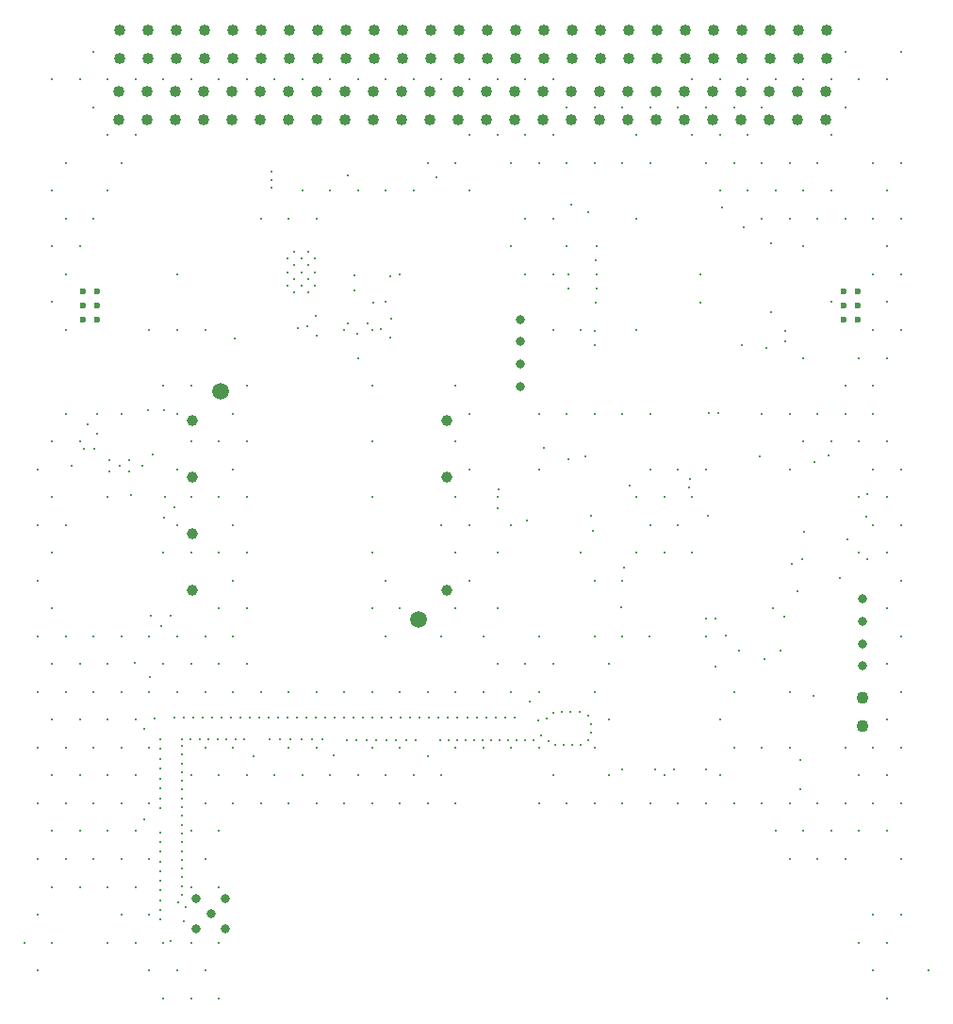
<source format=gbr>
%TF.GenerationSoftware,Altium Limited,Altium Designer,25.8.1 (18)*%
G04 Layer_Color=0*
%FSLAX45Y45*%
%MOMM*%
%TF.SameCoordinates,E40C52F6-B12D-486C-AAC2-1DB2447C0C70*%
%TF.FilePolarity,Positive*%
%TF.FileFunction,Plated,1,4,PTH,Drill*%
%TF.Part,Single*%
G01*
G75*
%TA.AperFunction,ComponentDrill*%
%ADD121C,0.80000*%
%ADD122C,0.80000*%
%ADD123C,1.00000*%
%ADD124C,1.50000*%
%ADD125C,0.60000*%
%ADD126C,1.10000*%
%ADD127C,1.02000*%
%TA.AperFunction,ViaDrill,NotFilled*%
%ADD128C,0.25400*%
D121*
X4774701Y6217500D02*
D03*
X1865000Y748124D02*
D03*
X2130000Y1013125D02*
D03*
X7851319Y3505001D02*
D03*
Y3705001D02*
D03*
Y3305001D02*
D03*
Y3105000D02*
D03*
X4774701Y5617500D02*
D03*
Y5817500D02*
D03*
Y6017500D02*
D03*
D122*
X2130000Y748124D02*
D03*
X1865000Y1013125D02*
D03*
X1997500Y880625D02*
D03*
D123*
X1834949Y4801800D02*
D03*
X4120949Y5309800D02*
D03*
Y3785800D02*
D03*
Y4801800D02*
D03*
X1834949Y5309800D02*
D03*
Y4293800D02*
D03*
Y3785800D02*
D03*
D124*
X3866949Y3522800D02*
D03*
X2088949Y5572800D02*
D03*
D125*
X972500Y6340204D02*
D03*
X847500Y6465204D02*
D03*
X972500D02*
D03*
X847500Y6215204D02*
D03*
X972500D02*
D03*
X847500Y6340204D02*
D03*
X7683902Y6340900D02*
D03*
X7808902D02*
D03*
X7683902Y6465900D02*
D03*
Y6215900D02*
D03*
X7808902Y6465900D02*
D03*
Y6215900D02*
D03*
D126*
X7851319Y2561901D02*
D03*
Y2815901D02*
D03*
D127*
X7276401Y8813600D02*
D03*
X3707701Y8013500D02*
D03*
X3961701D02*
D03*
X1688401Y8813600D02*
D03*
Y8559600D02*
D03*
X1942401Y8813600D02*
D03*
Y8559600D02*
D03*
X3212401Y8813600D02*
D03*
Y8559600D02*
D03*
X3466401Y8813600D02*
D03*
Y8559600D02*
D03*
X4736401Y8813600D02*
D03*
Y8559600D02*
D03*
X4990401Y8813600D02*
D03*
Y8559600D02*
D03*
X6260401Y8813600D02*
D03*
Y8559600D02*
D03*
X6514401Y8813600D02*
D03*
Y8559600D02*
D03*
X1675701Y8267500D02*
D03*
Y8013500D02*
D03*
X1929701Y8267500D02*
D03*
Y8013500D02*
D03*
X3199701Y8267500D02*
D03*
Y8013500D02*
D03*
X3453701Y8267500D02*
D03*
Y8013500D02*
D03*
X4723701Y8267500D02*
D03*
Y8013500D02*
D03*
X4977701Y8267500D02*
D03*
Y8013500D02*
D03*
X6247701Y8267500D02*
D03*
Y8013500D02*
D03*
X6501701Y8267500D02*
D03*
Y8013500D02*
D03*
X1180401Y8813600D02*
D03*
Y8559600D02*
D03*
X1434401Y8813600D02*
D03*
Y8559600D02*
D03*
X2196401Y8813600D02*
D03*
Y8559600D02*
D03*
X2450401Y8813600D02*
D03*
Y8559600D02*
D03*
X2704401Y8813600D02*
D03*
Y8559600D02*
D03*
X2958401Y8813600D02*
D03*
Y8559600D02*
D03*
X3720401Y8813600D02*
D03*
Y8559600D02*
D03*
X3974401Y8813600D02*
D03*
Y8559600D02*
D03*
X4228401Y8813600D02*
D03*
Y8559600D02*
D03*
X4482401Y8813600D02*
D03*
Y8559600D02*
D03*
X5244401Y8813600D02*
D03*
Y8559600D02*
D03*
X5498401Y8813600D02*
D03*
Y8559600D02*
D03*
X5752401Y8813600D02*
D03*
Y8559600D02*
D03*
X6006401Y8813600D02*
D03*
Y8559600D02*
D03*
X6768401Y8813600D02*
D03*
Y8559600D02*
D03*
X7022401Y8813600D02*
D03*
Y8559600D02*
D03*
X7276401D02*
D03*
X7530401Y8813600D02*
D03*
Y8559600D02*
D03*
X1167701Y8267500D02*
D03*
Y8013500D02*
D03*
X1421701Y8267500D02*
D03*
Y8013500D02*
D03*
X2183701Y8267500D02*
D03*
Y8013500D02*
D03*
X2437701Y8267500D02*
D03*
Y8013500D02*
D03*
X2691701Y8267500D02*
D03*
Y8013500D02*
D03*
X2945701Y8267500D02*
D03*
Y8013500D02*
D03*
X3707701Y8267500D02*
D03*
X3961701D02*
D03*
X4215701D02*
D03*
Y8013500D02*
D03*
X4469701Y8267500D02*
D03*
Y8013500D02*
D03*
X5231701Y8267500D02*
D03*
Y8013500D02*
D03*
X5485701Y8267500D02*
D03*
Y8013500D02*
D03*
X5739701Y8267500D02*
D03*
Y8013500D02*
D03*
X5993701Y8267500D02*
D03*
Y8013500D02*
D03*
X6755701Y8267500D02*
D03*
Y8013500D02*
D03*
X7009701Y8267500D02*
D03*
Y8013500D02*
D03*
X7263701Y8267500D02*
D03*
Y8013500D02*
D03*
X7517701Y8267500D02*
D03*
Y8013500D02*
D03*
D128*
X6623754Y3377868D02*
D03*
X6534473Y3534500D02*
D03*
X7047540Y3625280D02*
D03*
X445702Y872301D02*
D03*
X570702Y4622301D02*
D03*
X8070702Y4122301D02*
D03*
X4195702Y2372301D02*
D03*
X945702Y3372301D02*
D03*
X3695702Y2372301D02*
D03*
X8070702Y2622301D02*
D03*
X7695702Y1372301D02*
D03*
X2070702Y3122301D02*
D03*
X1445702Y372301D02*
D03*
X6070702Y4122301D02*
D03*
X1195702Y1872301D02*
D03*
X320702Y622301D02*
D03*
X5445702Y1872301D02*
D03*
X6070702Y4622301D02*
D03*
X2320702Y5122301D02*
D03*
X2195702Y4372301D02*
D03*
X5570702Y2622301D02*
D03*
X570702Y3122301D02*
D03*
X5695702Y3872301D02*
D03*
X1570702Y122301D02*
D03*
X5695702Y3372301D02*
D03*
X5445702Y2372301D02*
D03*
X1070702Y2122301D02*
D03*
X8195702Y3872301D02*
D03*
X7945702Y1872301D02*
D03*
X8195702D02*
D03*
X7195702Y5372301D02*
D03*
X1945702Y3372301D02*
D03*
X2070702Y622301D02*
D03*
X3445702Y1872301D02*
D03*
X6195702Y4372301D02*
D03*
X2195702Y1872301D02*
D03*
X5945702D02*
D03*
X1570702Y3122301D02*
D03*
X1820702Y2122301D02*
D03*
X7195702Y2372301D02*
D03*
X5820702Y6122301D02*
D03*
X1570702Y622301D02*
D03*
X1445702Y3372301D02*
D03*
X7195702Y1872301D02*
D03*
X1195702Y2372301D02*
D03*
X5820702Y4622301D02*
D03*
X5195702Y1872301D02*
D03*
X2820702Y2122301D02*
D03*
X1070702Y2622301D02*
D03*
X695702Y3372301D02*
D03*
X8445702Y372301D02*
D03*
X695702Y2372301D02*
D03*
X1195702Y872301D02*
D03*
X4570702Y3122301D02*
D03*
X820702Y2122301D02*
D03*
X5070702Y6622301D02*
D03*
X1820702Y5622301D02*
D03*
X570702Y5122301D02*
D03*
X1695702Y3372301D02*
D03*
X4070702Y2122301D02*
D03*
X7695702Y1872301D02*
D03*
X6695702D02*
D03*
X7070702Y1622301D02*
D03*
X8070702Y622301D02*
D03*
X3320702Y2122301D02*
D03*
X2570702D02*
D03*
X5445702Y3872301D02*
D03*
Y2872301D02*
D03*
X1195702Y1372301D02*
D03*
X820702Y3122301D02*
D03*
X2695702Y2372301D02*
D03*
X6570702Y2122301D02*
D03*
X3695702Y2872301D02*
D03*
X4820702Y3122301D02*
D03*
X7320702Y1622301D02*
D03*
X1945702Y1872301D02*
D03*
X8070702Y5122301D02*
D03*
X6070702Y2122301D02*
D03*
X2945702Y1872301D02*
D03*
X2320702Y3622301D02*
D03*
X7820702Y5122301D02*
D03*
X4195702Y1872301D02*
D03*
X1820702Y622301D02*
D03*
X945702Y1872301D02*
D03*
X570702Y622301D02*
D03*
X2320702Y4122301D02*
D03*
X8195702Y872301D02*
D03*
X2945702Y2872301D02*
D03*
X945702D02*
D03*
X7945702Y872301D02*
D03*
X7695702Y5372301D02*
D03*
Y2372301D02*
D03*
X445702Y4872301D02*
D03*
X6320702Y4622301D02*
D03*
X6695702Y2872301D02*
D03*
X1445702D02*
D03*
X570702Y2122301D02*
D03*
X3695702Y1872301D02*
D03*
X1070702Y1122301D02*
D03*
X570702Y3622301D02*
D03*
X7820702Y4622301D02*
D03*
X945702Y2372301D02*
D03*
Y1372301D02*
D03*
X4445702Y3372301D02*
D03*
X1070702Y3122301D02*
D03*
X2195702Y5372301D02*
D03*
X5945702D02*
D03*
X820702Y5122301D02*
D03*
X1820702Y122301D02*
D03*
X7195702Y2872301D02*
D03*
X8195702D02*
D03*
X1195702D02*
D03*
X2320702Y2122301D02*
D03*
X4945702Y2872301D02*
D03*
X7820702Y4122301D02*
D03*
X7945702Y4372301D02*
D03*
X4695702D02*
D03*
X445702D02*
D03*
X4945702Y5372301D02*
D03*
X2320702Y5622301D02*
D03*
X3070702Y2122301D02*
D03*
X7820702Y1622301D02*
D03*
X8195702Y2372301D02*
D03*
X1445702Y1872301D02*
D03*
X445702Y1372301D02*
D03*
X8070702Y3622301D02*
D03*
X1695702Y372301D02*
D03*
X5945702Y4372301D02*
D03*
X3945702Y2872301D02*
D03*
X4695702Y6872301D02*
D03*
X2070702Y5122301D02*
D03*
X1320702Y1122301D02*
D03*
X5070702Y3122301D02*
D03*
X8070702Y2122301D02*
D03*
X2195702Y3372301D02*
D03*
X1320702Y1622301D02*
D03*
X2445702Y1872301D02*
D03*
X570702Y2622301D02*
D03*
X4820702Y7122301D02*
D03*
X445702Y372301D02*
D03*
X2320702Y4622301D02*
D03*
X7820702Y2122301D02*
D03*
X3195702Y1872301D02*
D03*
X7195702Y1372301D02*
D03*
X1320702Y622301D02*
D03*
X6320702Y4122301D02*
D03*
X820702Y2622301D02*
D03*
X695702Y5372301D02*
D03*
Y4372301D02*
D03*
X4945702Y2372301D02*
D03*
X1195702Y3372301D02*
D03*
X4945702D02*
D03*
X3445702Y2372301D02*
D03*
X2070702Y122301D02*
D03*
X5320702Y6122301D02*
D03*
X6445702Y4872301D02*
D03*
X5320702Y4122301D02*
D03*
X4570702Y4622301D02*
D03*
X2945702Y2372301D02*
D03*
X1820702Y1622301D02*
D03*
X570702Y4122301D02*
D03*
X1320702Y2622301D02*
D03*
X7945702Y372301D02*
D03*
X4945702Y1872301D02*
D03*
X2070702Y2122301D02*
D03*
X8195702Y4372301D02*
D03*
X1570702Y5622301D02*
D03*
X7195702Y4872301D02*
D03*
X5570702Y3122301D02*
D03*
X6195702Y1872301D02*
D03*
X2070702Y4622301D02*
D03*
Y1622301D02*
D03*
X1945702Y372301D02*
D03*
X570702Y1122301D02*
D03*
X7945702Y4872301D02*
D03*
X1070702Y4622301D02*
D03*
X5820702Y4122301D02*
D03*
X5070702Y7122301D02*
D03*
X2195702Y2372301D02*
D03*
X5070702Y6122301D02*
D03*
Y2122301D02*
D03*
X1070702Y622301D02*
D03*
X1695702Y4372301D02*
D03*
X2445702Y2872301D02*
D03*
X5195702Y5372301D02*
D03*
X6945702D02*
D03*
X1320702Y2122301D02*
D03*
X8070702Y3122301D02*
D03*
X1945702Y2872301D02*
D03*
X3945702Y1872301D02*
D03*
X2195702Y2872301D02*
D03*
X1820702Y4122301D02*
D03*
X1945702Y2372301D02*
D03*
X1445702Y1372301D02*
D03*
X2070702Y1122301D02*
D03*
X1445702Y872301D02*
D03*
X1695702Y2872301D02*
D03*
X4570702Y4122301D02*
D03*
X445702Y2872301D02*
D03*
Y2372301D02*
D03*
X4820702Y6622301D02*
D03*
X4695702Y2872301D02*
D03*
X2070702Y4122301D02*
D03*
X7445702Y1372301D02*
D03*
X7945702Y2372301D02*
D03*
X1695702Y4872301D02*
D03*
X4195702Y2872301D02*
D03*
X7570702Y5122301D02*
D03*
X820702Y1622301D02*
D03*
X7320702Y5122301D02*
D03*
X3570702Y2122301D02*
D03*
X1820702Y5122301D02*
D03*
X4570702Y3622301D02*
D03*
X6195702Y4872301D02*
D03*
X5695702Y5372301D02*
D03*
X1820702Y3122301D02*
D03*
X5695702Y1872301D02*
D03*
X5195702Y6872301D02*
D03*
X6445702Y1872301D02*
D03*
Y3372301D02*
D03*
X8070702Y122301D02*
D03*
X5820702Y7122301D02*
D03*
X5445702Y3372301D02*
D03*
X6695702Y2372301D02*
D03*
X8195702Y1372301D02*
D03*
X1070702Y1622301D02*
D03*
X7570702D02*
D03*
X2195702Y4872301D02*
D03*
X1445702Y2372301D02*
D03*
X6945702D02*
D03*
Y1872301D02*
D03*
X695702Y2872301D02*
D03*
X3820702Y2122301D02*
D03*
X8195702Y4872301D02*
D03*
X2320702Y3122301D02*
D03*
X570702Y1622301D02*
D03*
X6570702Y2622301D02*
D03*
X8070702Y1622301D02*
D03*
X2070702Y3622301D02*
D03*
X7445702Y5372301D02*
D03*
X2195702Y3872301D02*
D03*
X1570702Y4122301D02*
D03*
X7445702Y1872301D02*
D03*
X7945702Y5372301D02*
D03*
X1820702Y1122301D02*
D03*
X1195702Y5372301D02*
D03*
X445702Y3372301D02*
D03*
X5445702Y5372301D02*
D03*
X4445702Y2872301D02*
D03*
X1945702Y1372301D02*
D03*
X4695702Y2372301D02*
D03*
X445702Y1872301D02*
D03*
X820702Y1122301D02*
D03*
X3195702Y2872301D02*
D03*
X2695702D02*
D03*
Y1872301D02*
D03*
X8070702Y4622301D02*
D03*
X1695702Y5372301D02*
D03*
X4445702Y2372301D02*
D03*
X5570702Y2122301D02*
D03*
X445702Y3872301D02*
D03*
X1820702Y4622301D02*
D03*
X7820702Y622301D02*
D03*
X5945702Y4872301D02*
D03*
X695702Y1372301D02*
D03*
X3445702Y2872301D02*
D03*
X8195702Y3372301D02*
D03*
X4945702Y4872301D02*
D03*
X695702Y1872301D02*
D03*
X6468079Y5380511D02*
D03*
X5212203Y4964387D02*
D03*
X7420619Y4940069D02*
D03*
X7548338Y4995464D02*
D03*
X7712330Y4239323D02*
D03*
X7266606Y3775301D02*
D03*
X4578150Y4518112D02*
D03*
X4583150Y4693494D02*
D03*
X4990213Y5061101D02*
D03*
X7885236Y4443112D02*
D03*
X5444000Y5986926D02*
D03*
Y6113926D02*
D03*
X5205543Y6494926D02*
D03*
Y6621926D02*
D03*
X5390000Y7182383D02*
D03*
X5231701Y7247383D02*
D03*
X5459901Y6875926D02*
D03*
X4861155Y2782257D02*
D03*
X3944401Y2298343D02*
D03*
X3099400Y2303343D02*
D03*
X2377929Y2298343D02*
D03*
X1399944Y1727800D02*
D03*
X1639400Y636167D02*
D03*
X1638857Y3560800D02*
D03*
X1459943Y3555800D02*
D03*
X1549400Y3466344D02*
D03*
X1576900Y4440844D02*
D03*
X1666357Y4530300D02*
D03*
X1581900Y4619757D02*
D03*
X1385093Y4902400D02*
D03*
X1474550Y5000844D02*
D03*
X976901Y5188344D02*
D03*
Y5367257D02*
D03*
X887444Y5277800D02*
D03*
X746639Y4899900D02*
D03*
X856651Y5054301D02*
D03*
X7294190Y1998343D02*
D03*
X6447679Y2177800D02*
D03*
X6156121D02*
D03*
X5696121D02*
D03*
X5987679D02*
D03*
X7897330Y4648068D02*
D03*
Y4061499D02*
D03*
X7151900Y3545735D02*
D03*
X1737415Y1128920D02*
D03*
Y1050198D02*
D03*
X1703292Y979056D02*
D03*
X1771214Y944516D02*
D03*
X1751190Y816732D02*
D03*
X1539640Y828601D02*
D03*
Y915359D02*
D03*
Y1002116D02*
D03*
Y1088873D02*
D03*
Y1175630D02*
D03*
X1737415Y1443810D02*
D03*
Y1365087D02*
D03*
Y1286365D02*
D03*
Y1207642D02*
D03*
X1539640Y1262388D02*
D03*
Y1349145D02*
D03*
Y1435902D02*
D03*
X1737415Y1994867D02*
D03*
Y1916145D02*
D03*
Y1837422D02*
D03*
Y1758700D02*
D03*
Y1679977D02*
D03*
Y1601255D02*
D03*
Y1522532D02*
D03*
X1539640Y1522659D02*
D03*
Y1609417D02*
D03*
Y1827041D02*
D03*
Y1916166D02*
D03*
Y2005290D02*
D03*
X1737415Y2309757D02*
D03*
Y2231035D02*
D03*
Y2152312D02*
D03*
Y2073590D02*
D03*
X1539640Y2094415D02*
D03*
Y2183540D02*
D03*
Y2272665D02*
D03*
X1668153Y2642488D02*
D03*
X1753038D02*
D03*
X1837923D02*
D03*
X1922808D02*
D03*
X1817725Y2450613D02*
D03*
X1737415D02*
D03*
Y2388480D02*
D03*
X1539640Y2361790D02*
D03*
Y2450914D02*
D03*
X2007692Y2642488D02*
D03*
X2092577D02*
D03*
X2177462D02*
D03*
X2138967Y2450613D02*
D03*
X2058657D02*
D03*
X1978346D02*
D03*
X1898036D02*
D03*
X2432116Y2642488D02*
D03*
X2517001D02*
D03*
X2601886D02*
D03*
X2686771D02*
D03*
X2618401Y2450886D02*
D03*
X2522614D02*
D03*
X2299588Y2450613D02*
D03*
X2219278D02*
D03*
X2262347Y2642488D02*
D03*
X2347232D02*
D03*
X2771655D02*
D03*
X2856540D02*
D03*
X2941425D02*
D03*
X2809976Y2450886D02*
D03*
X2714189D02*
D03*
X3111194Y2642488D02*
D03*
X3196079D02*
D03*
X3280964D02*
D03*
X3365849D02*
D03*
X3307377Y2443040D02*
D03*
X3218795D02*
D03*
X3001551Y2450886D02*
D03*
X2905764D02*
D03*
X3026310Y2642488D02*
D03*
X3620503D02*
D03*
X3661707Y2443040D02*
D03*
X3573125D02*
D03*
X3484542D02*
D03*
X3395960D02*
D03*
X3450734Y2642488D02*
D03*
X3535618D02*
D03*
X3960042D02*
D03*
X4044927D02*
D03*
X4129812D02*
D03*
X4214696D02*
D03*
X4131233Y2443040D02*
D03*
X4054401D02*
D03*
X3838872D02*
D03*
X3750290D02*
D03*
X3705388Y2642488D02*
D03*
X3790273D02*
D03*
X3875157D02*
D03*
X4469351D02*
D03*
X4515391Y2443040D02*
D03*
X4438560D02*
D03*
X4361728D02*
D03*
X4284896D02*
D03*
X4208064D02*
D03*
X4299581Y2642488D02*
D03*
X4384466D02*
D03*
X5314403Y2689531D02*
D03*
X5383221Y2656812D02*
D03*
X5409626Y2585333D02*
D03*
Y2509133D02*
D03*
X5389042Y2435766D02*
D03*
X5323518Y2396868D02*
D03*
X5247339Y2395074D02*
D03*
X5171139D02*
D03*
X5094946Y2396070D02*
D03*
X5027616Y2431751D02*
D03*
X4967761Y2478908D02*
D03*
X4899550Y2443040D02*
D03*
X4822718D02*
D03*
X4745886D02*
D03*
X4669055D02*
D03*
X4592223D02*
D03*
X4554235Y2642488D02*
D03*
X4639120D02*
D03*
X4724005D02*
D03*
X4942686Y2614857D02*
D03*
X5015906Y2635957D02*
D03*
X5074096Y2685154D02*
D03*
X5150107Y2690526D02*
D03*
X5226307D02*
D03*
X1399944Y2542800D02*
D03*
X1489400Y2632257D02*
D03*
X1266901Y4955300D02*
D03*
Y4850301D02*
D03*
X1086901D02*
D03*
X1176901Y4902800D02*
D03*
X1086901Y4955300D02*
D03*
X7324089Y4307558D02*
D03*
X5939317Y3374686D02*
D03*
X6530079Y3099999D02*
D03*
X6974640Y3170001D02*
D03*
X5412400Y4453112D02*
D03*
X5710079Y3986697D02*
D03*
X6740079Y3247637D02*
D03*
X6295390Y4705897D02*
D03*
X6301900Y4785628D02*
D03*
X5425563Y4322801D02*
D03*
X7648546Y3891948D02*
D03*
X6925307Y4990945D02*
D03*
X7310190Y4061499D02*
D03*
X7216790Y4023907D02*
D03*
X2809948Y6642357D02*
D03*
X2869948Y6702357D02*
D03*
X2929948Y6762357D02*
D03*
X2869948Y6822357D02*
D03*
X2809948Y6762357D02*
D03*
X2749948Y6822357D02*
D03*
Y6702357D02*
D03*
X2689948Y6762357D02*
D03*
X2929948Y6642357D02*
D03*
X2869948Y6582357D02*
D03*
X2929948Y6522358D02*
D03*
X2869948Y6462358D02*
D03*
X2809948Y6522358D02*
D03*
X2749948Y6462358D02*
D03*
Y6582357D02*
D03*
X2689948Y6522358D02*
D03*
Y6642357D02*
D03*
X8195702Y8622301D02*
D03*
X8070702Y8372301D02*
D03*
X8195702Y7622301D02*
D03*
X8070702Y7372301D02*
D03*
X8195702Y7122301D02*
D03*
X8070702Y6872301D02*
D03*
X8195702Y6622301D02*
D03*
X8070702Y6372301D02*
D03*
X8195702Y6122301D02*
D03*
X8070702Y5872301D02*
D03*
X7820702Y8372301D02*
D03*
X7945702Y7622301D02*
D03*
Y7122301D02*
D03*
Y6622301D02*
D03*
Y6122301D02*
D03*
X7820702Y5872301D02*
D03*
X7945702Y5622301D02*
D03*
X7695702Y8622301D02*
D03*
X7570702Y8372301D02*
D03*
X7695702Y8122301D02*
D03*
X7570702Y7872301D02*
D03*
Y7372301D02*
D03*
X7695702Y7122301D02*
D03*
X7570702Y6372301D02*
D03*
X7695702Y5622301D02*
D03*
X7320702Y8372301D02*
D03*
X7445702Y7622301D02*
D03*
X7320702Y7372301D02*
D03*
X7445702Y7122301D02*
D03*
X7320702Y6872301D02*
D03*
Y5872301D02*
D03*
X7070702Y8372301D02*
D03*
X7195702Y7622301D02*
D03*
X7070702Y7372301D02*
D03*
X7195702Y7122301D02*
D03*
X6820702Y8372301D02*
D03*
X6945702Y8122301D02*
D03*
X6820702Y7872301D02*
D03*
X6945702Y7622301D02*
D03*
X6820702Y7372301D02*
D03*
X6945702Y7122301D02*
D03*
X6570702Y8372301D02*
D03*
X6695702Y8122301D02*
D03*
X6570702Y7872301D02*
D03*
X6695702Y7622301D02*
D03*
X6570702Y7372301D02*
D03*
X6320702Y8372301D02*
D03*
X6445702Y8122301D02*
D03*
X6320702Y7872301D02*
D03*
X6445702Y7622301D02*
D03*
X6195702Y8122301D02*
D03*
X5945702D02*
D03*
X5820702Y7872301D02*
D03*
X5945702Y7622301D02*
D03*
X5695702Y8122301D02*
D03*
Y7622301D02*
D03*
X5445702Y8122301D02*
D03*
Y7622301D02*
D03*
X5070702Y8372301D02*
D03*
X5195702Y8122301D02*
D03*
X5070702Y7872301D02*
D03*
X5195702Y7622301D02*
D03*
X4820702Y8372301D02*
D03*
Y7872301D02*
D03*
X4945702Y7622301D02*
D03*
X4570702Y8372301D02*
D03*
Y7872301D02*
D03*
X4695702Y7622301D02*
D03*
X4320702Y8372301D02*
D03*
Y7872301D02*
D03*
Y7372301D02*
D03*
Y5372301D02*
D03*
Y4872301D02*
D03*
Y4372301D02*
D03*
Y3872301D02*
D03*
X4070702Y8372301D02*
D03*
X4195702Y7622301D02*
D03*
Y5622301D02*
D03*
Y5122301D02*
D03*
Y4622301D02*
D03*
X4070702Y4372301D02*
D03*
X4195702Y4122301D02*
D03*
Y3622301D02*
D03*
X4070702Y3372301D02*
D03*
X3820702Y8372301D02*
D03*
X3945702Y7622301D02*
D03*
X3820702Y7372301D02*
D03*
X3570702Y8372301D02*
D03*
Y7372301D02*
D03*
X3695702Y6622301D02*
D03*
X3570702Y6372301D02*
D03*
Y3872301D02*
D03*
X3695702Y3622301D02*
D03*
X3570702Y3372301D02*
D03*
X3320702Y8372301D02*
D03*
Y7372301D02*
D03*
X3445702Y6122301D02*
D03*
X3320702Y5872301D02*
D03*
X3445702Y5622301D02*
D03*
Y5122301D02*
D03*
Y4622301D02*
D03*
Y4122301D02*
D03*
Y3622301D02*
D03*
X3070702Y8372301D02*
D03*
Y7372301D02*
D03*
X3195702Y6122301D02*
D03*
X2820702Y8372301D02*
D03*
Y7372301D02*
D03*
X2945702Y7122301D02*
D03*
X2570702Y8372301D02*
D03*
X2695702Y7122301D02*
D03*
X2320702Y8372301D02*
D03*
X2445702Y7122301D02*
D03*
X2070702Y8372301D02*
D03*
X1820702D02*
D03*
X1945702Y6122301D02*
D03*
X1570702Y8372301D02*
D03*
X1695702Y6622301D02*
D03*
Y6122301D02*
D03*
X1320702Y8372301D02*
D03*
Y7872301D02*
D03*
X1445702Y6122301D02*
D03*
X1070702Y8372301D02*
D03*
Y7872301D02*
D03*
X1195702Y7622301D02*
D03*
X1070702Y7372301D02*
D03*
X945702Y8622301D02*
D03*
X820702Y8372301D02*
D03*
X945702Y8122301D02*
D03*
Y7122301D02*
D03*
X820702Y6872301D02*
D03*
X570702Y8372301D02*
D03*
X695702Y7622301D02*
D03*
X570702Y7372301D02*
D03*
X695702Y7122301D02*
D03*
X570702Y6872301D02*
D03*
X695702Y6622301D02*
D03*
X570702Y6372301D02*
D03*
X695702Y6122301D02*
D03*
X7414876Y2837800D02*
D03*
X6585479Y7222625D02*
D03*
X6397834Y6621926D02*
D03*
Y6367926D02*
D03*
X7159652Y6023926D02*
D03*
X6985224Y5963926D02*
D03*
X6770057Y5986926D02*
D03*
X4025296Y7492156D02*
D03*
X2943448Y6247987D02*
D03*
X3404093Y6179858D02*
D03*
X3315963Y6091728D02*
D03*
X3227834Y6179858D02*
D03*
X3526636Y6133781D02*
D03*
X3614766Y6226911D02*
D03*
X3609766Y6050652D02*
D03*
X3461198Y6365478D02*
D03*
X3612448Y6604228D02*
D03*
X3224319Y7508762D02*
D03*
X2542858Y7399556D02*
D03*
Y7467798D02*
D03*
Y7548762D02*
D03*
X2948448Y6071728D02*
D03*
X2860319Y6159858D02*
D03*
X2780978Y6134857D02*
D03*
X2209948Y6041728D02*
D03*
X3285478Y6479857D02*
D03*
X1315687Y3137500D02*
D03*
X1448187Y3005000D02*
D03*
X1576788Y5404688D02*
D03*
X1434007D02*
D03*
X4839890Y4408093D02*
D03*
X5760812Y4722801D02*
D03*
X6465708Y4457801D02*
D03*
X7113870Y3247199D02*
D03*
X7294190Y2264300D02*
D03*
X5459008Y6748926D02*
D03*
Y6367926D02*
D03*
X5466931Y6621926D02*
D03*
Y6494926D02*
D03*
X6786900Y7047926D02*
D03*
X7030782Y6280426D02*
D03*
X7030782Y6902358D02*
D03*
X7159151Y6113926D02*
D03*
X6445079Y3531278D02*
D03*
X5686079Y3636279D02*
D03*
X5360000Y4986195D02*
D03*
X6558079Y5376861D02*
D03*
X1276901Y4639710D02*
D03*
X950000Y5052500D02*
D03*
X3285478Y6609857D02*
D03*
%TF.MD5,ec389448ab7e8f91eab511a843dbbdaa*%
M02*

</source>
